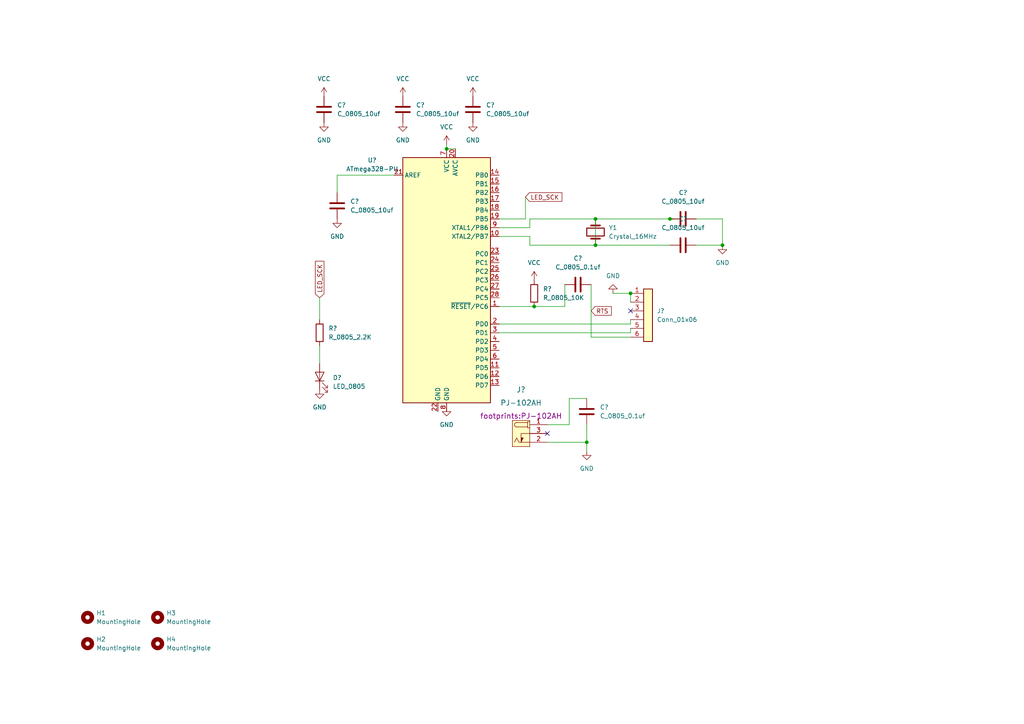
<source format=kicad_sch>
(kicad_sch (version 20211123) (generator eeschema)
  (paper "A4")
  (lib_symbols
    (symbol "HPS:ATmega328-PU"
      (property "Reference" "U" (at -11.43 39.37 0))
      (property "Value" "ATmega328-PU" (at -17.78 38.1 0))
      (symbol "ATmega328-PU_0_1"
        (rectangle (start -12.7 -35.56) (end 12.7 35.56) (stroke (width 0.254)) (fill (type background)))
      )
      (symbol "ATmega328-PU_1_1"
        (pin tri_state line (at 15.24 -7.62 180) (length 2.54) (name "~{RESET}/PC6") (number "1"))
        (pin tri_state line (at 15.24 12.7 180) (length 2.54) (name "XTAL2/PB7") (number "10"))
        (pin tri_state line (at 15.24 -25.4 180) (length 2.54) (name "PD5") (number "11"))
        (pin tri_state line (at 15.24 -27.94 180) (length 2.54) (name "PD6") (number "12"))
        (pin tri_state line (at 15.24 -30.48 180) (length 2.54) (name "PD7") (number "13"))
        (pin tri_state line (at 15.24 30.48 180) (length 2.54) (name "PB0") (number "14"))
        (pin tri_state line (at 15.24 27.94 180) (length 2.54) (name "PB1") (number "15"))
        (pin tri_state line (at 15.24 25.4 180) (length 2.54) (name "PB2") (number "16"))
        (pin tri_state line (at 15.24 22.86 180) (length 2.54) (name "PB3") (number "17"))
        (pin tri_state line (at 15.24 20.32 180) (length 2.54) (name "PB4") (number "18"))
        (pin tri_state line (at 15.24 17.78 180) (length 2.54) (name "PB5") (number "19"))
        (pin tri_state line (at 15.24 -12.7 180) (length 2.54) (name "PD0") (number "2"))
        (pin power_in line (at 2.54 38.1 270) (length 2.54) (name "AVCC") (number "20"))
        (pin passive line (at -15.24 30.48 0) (length 2.54) (name "AREF") (number "21"))
        (pin power_in line (at -2.54 -38.1 90) (length 2.54) (name "GND") (number "22"))
        (pin tri_state line (at 15.24 7.62 180) (length 2.54) (name "PC0") (number "23"))
        (pin tri_state line (at 15.24 5.08 180) (length 2.54) (name "PC1") (number "24"))
        (pin tri_state line (at 15.24 2.54 180) (length 2.54) (name "PC2") (number "25"))
        (pin tri_state line (at 15.24 0 180) (length 2.54) (name "PC3") (number "26"))
        (pin tri_state line (at 15.24 -2.54 180) (length 2.54) (name "PC4") (number "27"))
        (pin tri_state line (at 15.24 -5.08 180) (length 2.54) (name "PC5") (number "28"))
        (pin tri_state line (at 15.24 -15.24 180) (length 2.54) (name "PD1") (number "3"))
        (pin tri_state line (at 15.24 -17.78 180) (length 2.54) (name "PD2") (number "4"))
        (pin tri_state line (at 15.24 -20.32 180) (length 2.54) (name "PD3") (number "5"))
        (pin tri_state line (at 15.24 -22.86 180) (length 2.54) (name "PD4") (number "6"))
        (pin power_in line (at 0 38.1 270) (length 2.54) (name "VCC") (number "7"))
        (pin power_in line (at 0 -38.1 90) (length 2.54) (name "GND") (number "8"))
        (pin tri_state line (at 15.24 15.24 180) (length 2.54) (name "XTAL1/PB6") (number "9"))
      )
    )
    (symbol "HPS:C_0805_0.1uf" (pin_numbers hide) (pin_names (offset 0.254))
      (property "Reference" "C" (at 0.635 2.54 0))
      (property "Value" "C_0805_0.1uf" (at 0.635 -2.54 0))
      (symbol "C_0805_0.1uf_0_1"
        (polyline (pts (xy -2.032 -0.762) (xy 2.032 -0.762)) (stroke (width 0.508)))
        (polyline (pts (xy -2.032 0.762) (xy 2.032 0.762)) (stroke (width 0.508)))
      )
      (symbol "C_0805_0.1uf_1_1"
        (pin passive line (at 0 3.81 270) (length 2.794) (name "~") (number "1"))
        (pin passive line (at 0 -3.81 90) (length 2.794) (name "~") (number "2"))
      )
    )
    (symbol "HPS:C_0805_10uf" (pin_numbers hide) (pin_names (offset 0.254))
      (property "Reference" "C" (at 0.635 2.54 0))
      (property "Value" "C_0805_10uf" (at 0.635 -2.54 0))
      (symbol "C_0805_10uf_0_1"
        (polyline (pts (xy -2.032 -0.762) (xy 2.032 -0.762)) (stroke (width 0.508)))
        (polyline (pts (xy -2.032 0.762) (xy 2.032 0.762)) (stroke (width 0.508)))
      )
      (symbol "C_0805_10uf_1_1"
        (pin passive line (at 0 3.81 270) (length 2.794) (name "~") (number "1"))
        (pin passive line (at 0 -3.81 90) (length 2.794) (name "~") (number "2"))
      )
    )
    (symbol "HPS:Conn_01x06" (pin_names (offset 1.016) hide)
      (property "Reference" "J" (at 0 7.62 0))
      (property "Value" "Conn_01x06" (at 0 -10.16 0))
      (symbol "Conn_01x06_1_1"
        (rectangle (start -1.27 6.35) (end 1.27 -8.89) (stroke (width 0.254)) (fill (type background)))
        (pin passive line (at -5.08 5.08 0) (length 3.81) (name "Pin_1") (number "1"))
        (pin passive line (at -5.08 2.54 0) (length 3.81) (name "Pin_2") (number "2"))
        (pin passive line (at -5.08 0 0) (length 3.81) (name "Pin_3") (number "3"))
        (pin passive line (at -5.08 -2.54 0) (length 3.81) (name "Pin_4") (number "4"))
        (pin passive line (at -5.08 -5.08 0) (length 3.81) (name "Pin_5") (number "5"))
        (pin passive line (at -5.08 -7.62 0) (length 3.81) (name "Pin_6") (number "6"))
      )
    )
    (symbol "HPS:Crystal_16MHz" (pin_numbers hide) (pin_names (offset 1.016) hide)
      (property "Reference" "Y" (at 0 3.81 0))
      (property "Value" "Crystal_16MHz" (at 0 -3.81 0))
      (symbol "Crystal_16MHz_0_1"
        (rectangle (start -1.143 2.54) (end 1.143 -2.54) (stroke (width 0.3048)))
        (polyline (pts (xy -2.54 0) (xy -1.905 0)))
        (polyline (pts (xy -1.905 -1.27) (xy -1.905 1.27)) (stroke (width 0.508)))
        (polyline (pts (xy 1.905 -1.27) (xy 1.905 1.27)) (stroke (width 0.508)))
        (polyline (pts (xy 2.54 0) (xy 1.905 0)))
      )
      (symbol "Crystal_16MHz_1_1"
        (pin passive line (at -3.81 0 0) (length 1.27) (name "1") (number "1"))
        (pin passive line (at 3.81 0 180) (length 1.27) (name "2") (number "2"))
      )
    )
    (symbol "HPS:GND" (power) (pin_names (offset 0))
      (property "Value" "GND" (at 0 -3.81 0))
      (symbol "GND_0_1"
        (polyline (pts (xy 0 0) (xy 0 -1.27) (xy 1.27 -1.27) (xy 0 -2.54) (xy -1.27 -1.27) (xy 0 -1.27)))
      )
      (symbol "GND_1_1"
        (pin power_in line (at 0 0 270) (length 0) hide (name "GND") (number "1"))
      )
    )
    (symbol "HPS:LED_0805" (pin_numbers hide) (pin_names (offset 1.016) hide)
      (property "Reference" "D" (at 0 2.54 0))
      (property "Value" "LED_0805" (at 0 -2.54 0))
      (symbol "LED_0805_0_1"
        (polyline (pts (xy -1.27 -1.27) (xy -1.27 1.27)) (stroke (width 0.2032)))
        (polyline (pts (xy -1.27 0) (xy 1.27 0)))
        (polyline (pts (xy 1.27 -1.27) (xy 1.27 1.27) (xy -1.27 0) (xy 1.27 -1.27)) (stroke (width 0.2032)))
        (polyline (pts (xy -3.048 -0.762) (xy -4.572 -2.286) (xy -3.81 -2.286) (xy -4.572 -2.286) (xy -4.572 -1.524)))
        (polyline (pts (xy -1.778 -0.762) (xy -3.302 -2.286) (xy -2.54 -2.286) (xy -3.302 -2.286) (xy -3.302 -1.524)))
      )
      (symbol "LED_0805_1_1"
        (pin passive line (at -3.81 0 0) (length 2.54) (name "K") (number "1"))
        (pin passive line (at 3.81 0 180) (length 2.54) (name "A") (number "2"))
      )
    )
    (symbol "HPS:MountingHole" (pin_names (offset 1.016))
      (property "Reference" "H" (at 0 5.08 0))
      (property "Value" "MountingHole" (at 0 3.175 0))
      (symbol "MountingHole_0_1"
        (circle (center 0 0) (radius 1.27) (stroke (width 1.27)))
      )
    )
    (symbol "HPS:PJ-102AH" (pin_names (offset 1.016) hide)
      (property "Reference" "J" (at -2.54 5.08 0))
      (property "Value" "PJ-102AH" (at 0 -5.334 0))
      (property "Footprint" "footprints:PJ-102AH" (at 0 -7.874 0))
      (symbol "PJ-102AH_0_1"
        (arc (start -3.81 3.175) (mid -4.445 2.54) (end -3.81 1.905))
        (polyline (pts (xy -0.635 1.905) (xy -3.81 1.905)))
        (polyline (pts (xy -0.635 1.905) (xy -0.635 3.175)))
        (polyline (pts (xy -0.635 3.175) (xy -3.81 3.175)))
        (polyline (pts (xy -2.54 -1.27) (xy -2.54 0) (xy 0 0)))
        (polyline (pts (xy -0.635 1.905) (xy -0.635 1.651) (xy 0 1.651)))
        (polyline (pts (xy -0.635 3.175) (xy -0.635 3.429) (xy 0 3.429)))
        (polyline (pts (xy -2.54 -2.54) (xy -1.905 -1.27) (xy -2.54 -1.27) (xy -2.54 -2.54)) (fill (type outline)))
        (polyline (pts (xy 0 -2.54) (xy -3.175 -2.54) (xy -3.81 -1.27) (xy -4.445 -2.54)))
        (rectangle (start 0 3.81) (end -5.08 -3.81) (fill (type background)))
      )
      (symbol "PJ-102AH_1_1"
        (pin passive line (at 5.08 2.54 180) (length 5.08) (name "POLE") (number "1"))
        (pin passive line (at 5.08 -2.54 180) (length 5.08) (name "OUT") (number "2"))
        (pin passive line (at 5.08 0 180) (length 5.08) (name "OUT") (number "3"))
      )
    )
    (symbol "HPS:R_0805_10K" (pin_numbers hide) (pin_names (offset 0))
      (property "Reference" "R" (at 2.032 0 90))
      (property "Value" "R_0805_10K" (at -2.54 0 90))
      (symbol "R_0805_10K_0_1"
        (rectangle (start -1.016 -2.54) (end 1.016 2.54) (stroke (width 0.254)))
      )
      (symbol "R_0805_10K_1_1"
        (pin passive line (at 0 3.81 270) (length 1.27) (name "~") (number "1"))
        (pin passive line (at 0 -3.81 90) (length 1.27) (name "~") (number "2"))
      )
    )
    (symbol "HPS:R_0805_2.2K" (pin_numbers hide) (pin_names (offset 0))
      (property "Reference" "R" (at 2.032 0 90))
      (property "Value" "R_0805_2.2K" (at -2.54 0 90))
      (symbol "R_0805_2.2K_0_1"
        (rectangle (start -1.016 -2.54) (end 1.016 2.54) (stroke (width 0.254)))
      )
      (symbol "R_0805_2.2K_1_1"
        (pin passive line (at 0 3.81 270) (length 1.27) (name "~") (number "1"))
        (pin passive line (at 0 -3.81 90) (length 1.27) (name "~") (number "2"))
      )
    )
    (symbol "HPS:VCC" (power) (pin_names (offset 0))
      (property "Value" "VCC" (at 0 3.81 0))
      (symbol "VCC_0_1"
        (polyline (pts (xy -0.762 1.27) (xy 0 2.54)))
        (polyline (pts (xy 0 0) (xy 0 2.54)))
        (polyline (pts (xy 0 2.54) (xy 0.762 1.27)))
      )
      (symbol "VCC_1_1"
        (pin power_in line (at 0 0 90) (length 0) hide (name "VCC") (number "1"))
      )
    )
  )
  (junction (at 170.18 128.27))
  (junction (at 182.88 85.09))
  (junction (at 209.55 71.12))
  (junction (at 172.72 71.12))
  (junction (at 154.94 88.9))
  (junction (at 129.54 43.18))
  (junction (at 172.72 63.5))
  (junction (at 194.31 63.5))
  (no_connect (at 182.88 90.17))
  (no_connect (at 158.75 125.73))
  (wire (pts (xy 144.78 96.52) (xy 182.88 96.52)))
  (wire (pts (xy 153.67 68.58) (xy 153.67 71.12)))
  (wire (pts (xy 170.18 128.27) (xy 170.18 130.81)))
  (wire (pts (xy 129.54 41.91) (xy 129.54 43.18)))
  (wire (pts (xy 144.78 93.98) (xy 182.88 93.98)))
  (wire (pts (xy 153.67 63.5) (xy 172.72 63.5)))
  (wire (pts (xy 158.75 123.19) (xy 165.1 123.19)))
  (wire (pts (xy 97.79 55.88) (xy 97.79 50.8)))
  (wire (pts (xy 144.78 66.04) (xy 153.67 66.04)))
  (wire (pts (xy 201.93 63.5) (xy 209.55 63.5)))
  (wire (pts (xy 165.1 115.57) (xy 170.18 115.57)))
  (wire (pts (xy 201.93 71.12) (xy 209.55 71.12)))
  (wire (pts (xy 153.67 71.12) (xy 172.72 71.12)))
  (wire (pts (xy 97.79 50.8) (xy 114.3 50.8)))
  (wire (pts (xy 177.8 85.09) (xy 182.88 85.09)))
  (wire (pts (xy 165.1 123.19) (xy 165.1 115.57)))
  (wire (pts (xy 152.4 63.5) (xy 152.4 57.15)))
  (wire (pts (xy 209.55 63.5) (xy 209.55 71.12)))
  (wire (pts (xy 92.71 86.36) (xy 92.71 92.71)))
  (wire (pts (xy 158.75 128.27) (xy 170.18 128.27)))
  (wire (pts (xy 182.88 85.09) (xy 182.88 87.63)))
  (wire (pts (xy 182.88 93.98) (xy 182.88 92.71)))
  (wire (pts (xy 144.78 63.5) (xy 152.4 63.5)))
  (wire (pts (xy 170.18 123.19) (xy 170.18 128.27)))
  (wire (pts (xy 144.78 88.9) (xy 154.94 88.9)))
  (wire (pts (xy 129.54 43.18) (xy 132.08 43.18)))
  (wire (pts (xy 172.72 71.12) (xy 194.31 71.12)))
  (wire (pts (xy 171.45 82.55) (xy 171.45 97.79)))
  (wire (pts (xy 172.72 63.5) (xy 172.72 71.12)))
  (wire (pts (xy 194.31 63.5) (xy 195.58 63.5)))
  (wire (pts (xy 171.45 97.79) (xy 182.88 97.79)))
  (wire (pts (xy 163.83 88.9) (xy 163.83 82.55)))
  (wire (pts (xy 154.94 88.9) (xy 163.83 88.9)))
  (wire (pts (xy 182.88 96.52) (xy 182.88 95.25)))
  (wire (pts (xy 92.71 100.33) (xy 92.71 105.41)))
  (wire (pts (xy 172.72 63.5) (xy 194.31 63.5)))
  (wire (pts (xy 144.78 68.58) (xy 153.67 68.58)))
  (wire (pts (xy 153.67 66.04) (xy 153.67 63.5)))
  (global_label "RTS" (shape input) (at 171.45 90.17 0) (property "Intersheet References" "${INTERSHEET_REFS}" (effects hide)))
  (global_label "LED_SCK" (shape input) (at 152.4 57.15 0) (property "Intersheet References" "${INTERSHEET_REFS}" (effects hide)))
  (global_label "LED_SCK" (shape input) (at 92.71 86.36 90) (property "Intersheet References" "${INTERSHEET_REFS}" (effects hide)))
  (symbol (lib_id "HPS:GND") (at 170.18 130.81 0) (unit 1)
    (property "Reference" "#PWR?" (effects hide))
    (property "Value" "GND" (at 170.18 135.89 0))
  )
  (symbol (lib_id "HPS:GND") (at 93.98 35.56 0) (unit 1)
    (property "Reference" "#PWR?" (effects hide))
    (property "Value" "GND" (at 93.98 40.64 0))
  )
  (symbol (lib_id "HPS:VCC") (at 93.98 27.94 0) (unit 1)
    (property "Reference" "#PWR?" (effects hide))
    (property "Value" "VCC" (at 93.98 22.86 0))
  )
  (symbol (lib_id "HPS:C_0805_10uf") (at 93.98 31.75 0) (unit 1)
    (property "Reference" "C?" (at 97.79 30.4799 0) (effects (justify left)))
    (property "Value" "C_0805_10uf" (at 97.79 33.0199 0) (effects (justify left)))
    (property "Footprint" "footprints:C_0805_2012Metric" (effects hide))
    (property "Datasheet" "https://search.murata.co.jp/Ceramy/image/img/A01X/G101/ENG/GRM21BR61E106KA73-01.pdf" (effects hide))
    (property "MFG" "Murata Electronics" (effects hide))
    (property "MPN" "GRM21BR61E106KA73L" (effects hide))
    (property "Digikey PN" "490-5523-1-ND" (effects hide))
    (property "Mouser PN" "N/A" (effects hide))
    (property "Voltage" "N/A" (effects hide))
    (property "Dielectric" "N/A" (effects hide))
    (property "Tolerance" "N/A" (effects hide))
  )
  (symbol (lib_id "HPS:C_0805_0.1uf") (at 170.18 119.38 180) (unit 1)
    (property "Reference" "C?" (at 173.99 118.1099 0) (effects (justify right)))
    (property "Value" "C_0805_0.1uf" (at 173.99 120.6499 0) (effects (justify right)))
    (property "Footprint" "footprints:C_0805_2012Metric" (effects hide))
    (property "Datasheet" "https://datasheets.avx.com/X7RDielectric.pdf" (effects hide))
    (property "MFG" "AVX Corporation" (effects hide))
    (property "MPN" "08055C104KAT2A" (effects hide))
    (property "Digikey PN" "478-1395-1-ND" (effects hide))
    (property "Mouser PN" "N/A" (effects hide))
    (property "Voltage" "N/A" (effects hide))
    (property "Dielectric" "N/A" (effects hide))
    (property "Tolerance" "N/A" (effects hide))
  )
  (symbol (lib_id "HPS:C_0805_10uf") (at 137.16 31.75 0) (unit 1)
    (property "Reference" "C?" (at 140.97 30.4799 0) (effects (justify left)))
    (property "Value" "C_0805_10uf" (at 140.97 33.0199 0) (effects (justify left)))
    (property "Footprint" "footprints:C_0805_2012Metric" (effects hide))
    (property "Datasheet" "https://search.murata.co.jp/Ceramy/image/img/A01X/G101/ENG/GRM21BR61E106KA73-01.pdf" (effects hide))
    (property "MFG" "Murata Electronics" (effects hide))
    (property "MPN" "GRM21BR61E106KA73L" (effects hide))
    (property "Digikey PN" "490-5523-1-ND" (effects hide))
    (property "Mouser PN" "N/A" (effects hide))
    (property "Voltage" "N/A" (effects hide))
    (property "Dielectric" "N/A" (effects hide))
    (property "Tolerance" "N/A" (effects hide))
  )
  (symbol (lib_id "HPS:MountingHole") (at 45.72 179.07 0) (unit 1)
    (property "Reference" "H3" (at 48.26 177.7999 0) (effects (justify left)))
    (property "Value" "MountingHole" (at 48.26 180.3399 0) (effects (justify left)))
    (property "Footprint" "footprints:MountingHole_3.2mm_M3" (effects hide))
  )
  (symbol (lib_id "HPS:C_0805_0.1uf") (at 167.64 82.55 90) (unit 1)
    (property "Reference" "C?" (at 167.64 74.93 90))
    (property "Value" "C_0805_0.1uf" (at 167.64 77.47 90))
    (property "Footprint" "footprints:C_0805_2012Metric" (effects hide))
    (property "Datasheet" "https://datasheets.avx.com/X7RDielectric.pdf" (effects hide))
    (property "MFG" "AVX Corporation" (effects hide))
    (property "MPN" "08055C104KAT2A" (effects hide))
    (property "Digikey PN" "478-1395-1-ND" (effects hide))
    (property "Mouser PN" "N/A" (effects hide))
    (property "Voltage" "N/A" (effects hide))
    (property "Dielectric" "N/A" (effects hide))
    (property "Tolerance" "N/A" (effects hide))
  )
  (symbol (lib_id "HPS:MountingHole") (at 25.4 179.07 0) (unit 1)
    (property "Reference" "H1" (at 27.94 177.7999 0) (effects (justify left)))
    (property "Value" "MountingHole" (at 27.94 180.3399 0) (effects (justify left)))
    (property "Footprint" "footprints:MountingHole_3.2mm_M3" (effects hide))
  )
  (symbol (lib_id "HPS:C_0805_10uf") (at 116.84 31.75 0) (unit 1)
    (property "Reference" "C?" (at 120.65 30.4799 0) (effects (justify left)))
    (property "Value" "C_0805_10uf" (at 120.65 33.0199 0) (effects (justify left)))
    (property "Footprint" "footprints:C_0805_2012Metric" (effects hide))
    (property "Datasheet" "https://search.murata.co.jp/Ceramy/image/img/A01X/G101/ENG/GRM21BR61E106KA73-01.pdf" (effects hide))
    (property "MFG" "Murata Electronics" (effects hide))
    (property "MPN" "GRM21BR61E106KA73L" (effects hide))
    (property "Digikey PN" "490-5523-1-ND" (effects hide))
    (property "Mouser PN" "N/A" (effects hide))
    (property "Voltage" "N/A" (effects hide))
    (property "Dielectric" "N/A" (effects hide))
    (property "Tolerance" "N/A" (effects hide))
  )
  (symbol (lib_id "HPS:GND") (at 129.54 118.11 0) (unit 1)
    (property "Reference" "#PWR?" (effects hide))
    (property "Value" "GND" (at 129.54 123.19 0))
  )
  (symbol (lib_id "HPS:C_0805_10uf") (at 97.79 59.69 0) (unit 1)
    (property "Reference" "C?" (at 101.6 58.4199 0) (effects (justify left)))
    (property "Value" "C_0805_10uf" (at 101.6 60.9599 0) (effects (justify left)))
    (property "Footprint" "footprints:C_0805_2012Metric" (effects hide))
    (property "Datasheet" "https://search.murata.co.jp/Ceramy/image/img/A01X/G101/ENG/GRM21BR61E106KA73-01.pdf" (effects hide))
    (property "MFG" "Murata Electronics" (effects hide))
    (property "MPN" "GRM21BR61E106KA73L" (effects hide))
    (property "Digikey PN" "490-5523-1-ND" (effects hide))
    (property "Mouser PN" "N/A" (effects hide))
    (property "Voltage" "N/A" (effects hide))
    (property "Dielectric" "N/A" (effects hide))
    (property "Tolerance" "N/A" (effects hide))
  )
  (symbol (lib_id "HPS:PJ-102AH") (at 153.67 125.73 0) (unit 1)
    (property "Reference" "J?" (at 151.13 113.03 0) (effects (font (size 1.524 1.524))))
    (property "Value" "PJ-102AH" (at 151.13 116.84 0) (effects (font (size 1.524 1.524))))
    (property "Footprint" "footprints:PJ-102AH" (at 151.13 120.65 0) (effects (font (size 1.524 1.524))))
    (property "Datasheet" "https://www.cuidevices.com/product/resource/pj-102ah.pdf" (effects hide))
    (property "MFG" "CUI Devices" (effects hide))
    (property "MPN" "PJ-102AH" (effects hide))
    (property "Digikey PN" "CP-102AH-ND" (effects hide))
    (property "Mouser PN" "490-PJ-102AH" (effects hide))
  )
  (symbol (lib_id "HPS:Crystal_16MHz") (at 172.72 67.31 270) (unit 1)
    (property "Reference" "Y1" (at 176.53 66.0399 90) (effects (justify left)))
    (property "Value" "Crystal_16MHz" (at 176.53 68.5799 90) (effects (justify left)))
    (property "Footprint" "footprints:Crystal_SMD_HC49-SD" (effects hide))
    (property "Datasheet" "https://ecsxtal.com/store/pdf/csm-7x-dn.pdf" (effects hide))
    (property "MFG" "ECS Inc." (effects hide))
    (property "MPN" "ECS-160-20-5PXDN-TR" (effects hide))
    (property "Digikey PN" "XC1299CT-ND" (effects hide))
    (property "Mouser PN" "N/A" (effects hide))
  )
  (symbol (lib_id "HPS:C_0805_10uf") (at 198.12 71.12 90) (unit 1)
    (property "Reference" "C?" (at 198.12 63.5 90))
    (property "Value" "C_0805_10uf" (at 198.12 66.04 90))
    (property "Footprint" "footprints:C_0805_2012Metric" (effects hide))
    (property "Datasheet" "https://search.murata.co.jp/Ceramy/image/img/A01X/G101/ENG/GRM21BR61E106KA73-01.pdf" (effects hide))
    (property "MFG" "Murata Electronics" (effects hide))
    (property "MPN" "GRM21BR61E106KA73L" (effects hide))
    (property "Digikey PN" "490-5523-1-ND" (effects hide))
    (property "Mouser PN" "N/A" (effects hide))
    (property "Voltage" "N/A" (effects hide))
    (property "Dielectric" "N/A" (effects hide))
    (property "Tolerance" "N/A" (effects hide))
  )
  (symbol (lib_id "HPS:Conn_01x06") (at 187.96 90.17 0) (unit 1)
    (property "Reference" "J?" (at 190.5 90.1699 0) (effects (justify left)))
    (property "Value" "Conn_01x06" (at 190.5 92.7099 0) (effects (justify left)))
    (property "Footprint" "footprints:PinHeader_1x06_P2.54mm_Vertical" (effects hide))
    (property "Datasheet" "https://www.we-online.de/katalog/datasheet/6130xx11121.pdf" (effects hide))
    (property "MFG" "Würth Elektronik" (effects hide))
    (property "MPN" "61300611121" (effects hide))
    (property "Digikey PN" "732-5319-ND" (effects hide))
    (property "Mouser PN" "N/A" (effects hide))
  )
  (symbol (lib_id "HPS:LED_0805") (at 92.71 109.22 90) (unit 1)
    (property "Reference" "D?" (at 96.52 109.5501 90) (effects (justify right)))
    (property "Value" "LED_0805" (at 96.52 112.0901 90) (effects (justify right)))
    (property "Footprint" "footprints:LED_0805_2012Metric" (effects hide))
    (property "Datasheet" "https://www.we-online.de/katalog/datasheet/150080RS75000.pdf" (effects hide))
    (property "MFG" "Würth Elektronik" (effects hide))
    (property "MPN" "150080RS75000" (effects hide))
    (property "Digikey PN" "732-4984-1-ND" (effects hide))
    (property "Mouser PN" "N/A" (effects hide))
  )
  (symbol (lib_id "HPS:ATmega328-PU") (at 129.54 81.28 0) (unit 1)
    (property "Reference" "U?" (at 107.95 46.4693 0))
    (property "Value" "ATmega328-PU" (at 107.95 49.0093 0))
    (property "Footprint" "footprints:DIP-28_W7.62mm" (effects hide))
    (property "Datasheet" "http://www.microchip.com/mymicrochip/filehandler.aspx?ddocname=en608326" (effects hide))
    (property "MFG" "On Shore Technology Inc." (effects hide))
    (property "MPN" "ED281DT" (effects hide))
    (property "Digikey PN" "ED3050-5-ND" (effects hide))
    (property "Mouser PN" "N/A" (effects hide))
  )
  (symbol (lib_id "HPS:GND") (at 209.55 71.12 0) (unit 1)
    (property "Reference" "#PWR?" (effects hide))
    (property "Value" "GND" (at 209.55 76.2 0))
  )
  (symbol (lib_id "HPS:R_0805_2.2K") (at 92.71 96.52 0) (unit 1)
    (property "Reference" "R?" (at 95.25 95.2499 0) (effects (justify left)))
    (property "Value" "R_0805_2.2K" (at 95.25 97.7899 0) (effects (justify left)))
    (property "Footprint" "footprints:R_0805_2012Metric" (effects hide))
    (property "Datasheet" "https://www.digikey.com/en/products/detail/yageo/RC0805FR-072K2L/727676" (effects hide))
    (property "MFG" "N/A" (effects hide))
    (property "MPN" "N/A" (effects hide))
    (property "Digikey PN" "311-2.20KCRCT-ND" (effects hide))
    (property "Mouser PN" "N/A" (effects hide))
    (property "Power" "N/A" (effects hide))
    (property "Tolerance" "N/A" (effects hide))
  )
  (symbol (lib_id "HPS:GND") (at 97.79 63.5 0) (unit 1)
    (property "Reference" "#PWR?" (effects hide))
    (property "Value" "GND" (at 97.79 68.58 0))
  )
  (symbol (lib_id "HPS:VCC") (at 116.84 27.94 0) (unit 1)
    (property "Reference" "#PWR?" (effects hide))
    (property "Value" "VCC" (at 116.84 22.86 0))
  )
  (symbol (lib_id "HPS:GND") (at 92.71 113.03 0) (unit 1)
    (property "Reference" "#PWR?" (effects hide))
    (property "Value" "GND" (at 92.71 118.11 0))
  )
  (symbol (lib_id "HPS:VCC") (at 129.54 41.91 0) (unit 1)
    (property "Reference" "#PWR?" (effects hide))
    (property "Value" "VCC" (at 129.54 36.83 0))
  )
  (symbol (lib_id "HPS:C_0805_10uf") (at 198.12 63.5 90) (unit 1)
    (property "Reference" "C?" (at 198.12 55.88 90))
    (property "Value" "C_0805_10uf" (at 198.12 58.42 90))
    (property "Footprint" "footprints:C_0805_2012Metric" (effects hide))
    (property "Datasheet" "https://search.murata.co.jp/Ceramy/image/img/A01X/G101/ENG/GRM21BR61E106KA73-01.pdf" (effects hide))
    (property "MFG" "Murata Electronics" (effects hide))
    (property "MPN" "GRM21BR61E106KA73L" (effects hide))
    (property "Digikey PN" "490-5523-1-ND" (effects hide))
    (property "Mouser PN" "N/A" (effects hide))
    (property "Voltage" "N/A" (effects hide))
    (property "Dielectric" "N/A" (effects hide))
    (property "Tolerance" "N/A" (effects hide))
  )
  (symbol (lib_id "HPS:MountingHole") (at 25.4 186.69 0) (unit 1)
    (property "Reference" "H2" (at 27.94 185.4199 0) (effects (justify left)))
    (property "Value" "MountingHole" (at 27.94 187.9599 0) (effects (justify left)))
    (property "Footprint" "footprints:MountingHole_3.2mm_M3" (effects hide))
  )
  (symbol (lib_id "HPS:GND") (at 116.84 35.56 0) (unit 1)
    (property "Reference" "#PWR?" (effects hide))
    (property "Value" "GND" (at 116.84 40.64 0))
  )
  (symbol (lib_id "HPS:GND") (at 137.16 35.56 0) (unit 1)
    (property "Reference" "#PWR?" (effects hide))
    (property "Value" "GND" (at 137.16 40.64 0))
  )
  (symbol (lib_id "HPS:R_0805_10K") (at 154.94 85.09 0) (unit 1)
    (property "Reference" "R?" (at 157.48 83.8199 0) (effects (justify left)))
    (property "Value" "R_0805_10K" (at 157.48 86.3599 0) (effects (justify left)))
    (property "Footprint" "footprints:R_0805_2012Metric" (effects hide))
    (property "Datasheet" "https://www.digikey.com/en/products/detail/yageo/RC0805FR-0710KL/727535" (effects hide))
    (property "MFG" "Yageo" (effects hide))
    (property "MPN" "RC0805FR-0710KL" (effects hide))
    (property "Digikey PN" "311-10.0KCRCT-ND" (effects hide))
    (property "Mouser PN" "N/A" (effects hide))
    (property "Power" "N/A" (effects hide))
    (property "Tolerance" "N/A" (effects hide))
  )
  (symbol (lib_id "HPS:VCC") (at 154.94 81.28 0) (unit 1)
    (property "Reference" "#PWR?" (effects hide))
    (property "Value" "VCC" (at 154.94 76.2 0))
  )
  (symbol (lib_id "HPS:GND") (at 177.8 85.09 180) (unit 1)
    (property "Reference" "#PWR?" (effects hide))
    (property "Value" "GND" (at 177.8 80.01 0))
  )
  (symbol (lib_id "HPS:VCC") (at 137.16 27.94 0) (unit 1)
    (property "Reference" "#PWR?" (effects hide))
    (property "Value" "VCC" (at 137.16 22.86 0))
  )
  (symbol (lib_id "HPS:MountingHole") (at 45.72 186.69 0) (unit 1)
    (property "Reference" "H4" (at 48.26 185.4199 0) (effects (justify left)))
    (property "Value" "MountingHole" (at 48.26 187.9599 0) (effects (justify left)))
    (property "Footprint" "footprints:MountingHole_3.2mm_M3" (effects hide))
  )
)
</source>
